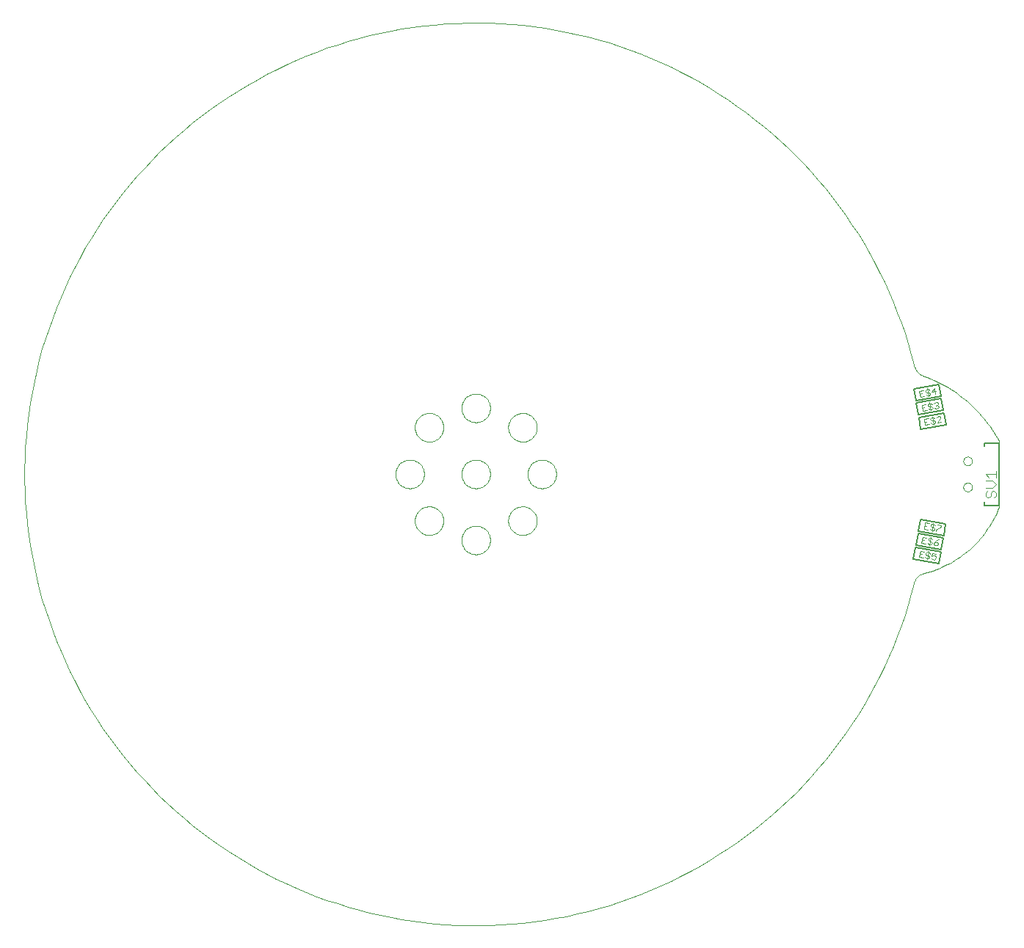
<source format=gto>
G75*
%MOIN*%
%OFA0B0*%
%FSLAX24Y24*%
%IPPOS*%
%LPD*%
%AMOC8*
5,1,8,0,0,1.08239X$1,22.5*
%
%ADD10C,0.0010*%
%ADD11C,0.0000*%
%ADD12C,0.0050*%
%ADD13C,0.0040*%
%ADD14C,0.0080*%
%ADD15C,0.0020*%
D10*
X040496Y015646D02*
X040369Y015161D01*
X040230Y014679D01*
X040079Y014201D01*
X039917Y013727D01*
X039743Y013257D01*
X039557Y012791D01*
X039361Y012330D01*
X039153Y011874D01*
X038934Y011424D01*
X038704Y010978D01*
X038463Y010539D01*
X038212Y010105D01*
X037950Y009678D01*
X037678Y009257D01*
X037395Y008843D01*
X037102Y008436D01*
X036800Y008036D01*
X036488Y007644D01*
X036166Y007260D01*
X035835Y006883D01*
X035495Y006515D01*
X035147Y006155D01*
X034789Y005804D01*
X034423Y005462D01*
X034049Y005128D01*
X033666Y004804D01*
X033276Y004490D01*
X032878Y004185D01*
X032473Y003890D01*
X032061Y003605D01*
X031642Y003330D01*
X031216Y003065D01*
X030784Y002811D01*
X030346Y002567D01*
X029902Y002335D01*
X029453Y002113D01*
X028998Y001902D01*
X028538Y001702D01*
X028074Y001514D01*
X027605Y001337D01*
X027132Y001172D01*
X026655Y001018D01*
X026174Y000876D01*
X025690Y000746D01*
X025203Y000627D01*
X024713Y000521D01*
X024221Y000426D01*
X023727Y000344D01*
X023231Y000274D01*
X022733Y000216D01*
X022234Y000170D01*
X021734Y000136D01*
X021233Y000115D01*
X020732Y000105D01*
X020231Y000108D01*
X019730Y000124D01*
X019229Y000151D01*
X018730Y000191D01*
X018231Y000243D01*
X017734Y000307D01*
X017239Y000383D01*
X016745Y000472D01*
X016254Y000572D01*
X015766Y000684D01*
X015280Y000809D01*
X014798Y000945D01*
X014319Y001093D01*
X013844Y001252D01*
X013373Y001423D01*
X012906Y001606D01*
X012444Y001800D01*
X011986Y002005D01*
X011534Y002221D01*
X011088Y002448D01*
X010647Y002686D01*
X010212Y002935D01*
X009783Y003194D01*
X009360Y003464D01*
X008945Y003744D01*
X008536Y004034D01*
X008134Y004334D01*
X007740Y004644D01*
X007354Y004963D01*
X006976Y005292D01*
X006605Y005630D01*
X006243Y005976D01*
X005890Y006332D01*
X005545Y006696D01*
X005210Y007068D01*
X004884Y007449D01*
X004567Y007837D01*
X004259Y008233D01*
X003962Y008636D01*
X003674Y009047D01*
X003397Y009464D01*
X003129Y009888D01*
X002873Y010318D01*
X002626Y010755D01*
X002391Y011197D01*
X002167Y011646D01*
X001953Y012099D01*
X001751Y012558D01*
X001560Y013021D01*
X001380Y013489D01*
X001212Y013961D01*
X001055Y014437D01*
X000910Y014917D01*
X000777Y015400D01*
X000655Y015886D01*
X000546Y016375D01*
X000449Y016867D01*
X000363Y017361D01*
X000290Y017857D01*
X000229Y018354D01*
X000180Y018853D01*
X000143Y019353D01*
X000119Y019853D01*
X000107Y020354D01*
X000107Y020856D01*
X000119Y021357D01*
X000143Y021857D01*
X000180Y022357D01*
X000229Y022856D01*
X000290Y023353D01*
X000363Y023849D01*
X000449Y024343D01*
X000546Y024835D01*
X000655Y025324D01*
X000777Y025810D01*
X000910Y026293D01*
X001055Y026773D01*
X001212Y027249D01*
X001380Y027721D01*
X001560Y028189D01*
X001751Y028652D01*
X001953Y029111D01*
X002167Y029564D01*
X002391Y030013D01*
X002626Y030455D01*
X002873Y030892D01*
X003129Y031322D01*
X003397Y031746D01*
X003674Y032163D01*
X003962Y032574D01*
X004259Y032977D01*
X004567Y033373D01*
X004884Y033761D01*
X005210Y034142D01*
X005545Y034514D01*
X005890Y034878D01*
X006243Y035234D01*
X006605Y035580D01*
X006976Y035918D01*
X007354Y036247D01*
X007740Y036566D01*
X008134Y036876D01*
X008536Y037176D01*
X008945Y037466D01*
X009360Y037746D01*
X009783Y038016D01*
X010212Y038275D01*
X010647Y038524D01*
X011088Y038762D01*
X011534Y038989D01*
X011986Y039205D01*
X012444Y039410D01*
X012906Y039604D01*
X013373Y039787D01*
X013844Y039958D01*
X014319Y040117D01*
X014798Y040265D01*
X015280Y040401D01*
X015766Y040526D01*
X016254Y040638D01*
X016745Y040738D01*
X017239Y040827D01*
X017734Y040903D01*
X018231Y040967D01*
X018730Y041019D01*
X019229Y041059D01*
X019730Y041086D01*
X020231Y041102D01*
X020732Y041105D01*
X021233Y041095D01*
X021734Y041074D01*
X022234Y041040D01*
X022733Y040994D01*
X023231Y040936D01*
X023727Y040866D01*
X024221Y040784D01*
X024713Y040689D01*
X025203Y040583D01*
X025690Y040464D01*
X026174Y040334D01*
X026655Y040192D01*
X027132Y040038D01*
X027605Y039873D01*
X028074Y039696D01*
X028538Y039508D01*
X028998Y039308D01*
X029453Y039097D01*
X029902Y038875D01*
X030346Y038643D01*
X030784Y038399D01*
X031216Y038145D01*
X031642Y037880D01*
X032061Y037605D01*
X032473Y037320D01*
X032878Y037025D01*
X033276Y036720D01*
X033666Y036406D01*
X034049Y036082D01*
X034423Y035748D01*
X034789Y035406D01*
X035147Y035055D01*
X035495Y034695D01*
X035835Y034327D01*
X036166Y033950D01*
X036488Y033566D01*
X036800Y033174D01*
X037102Y032774D01*
X037395Y032367D01*
X037678Y031953D01*
X037950Y031532D01*
X038212Y031105D01*
X038463Y030671D01*
X038704Y030232D01*
X038934Y029786D01*
X039153Y029336D01*
X039361Y028880D01*
X039557Y028419D01*
X039743Y027953D01*
X039917Y027483D01*
X040079Y027009D01*
X040230Y026531D01*
X040369Y026049D01*
X040496Y025564D01*
X040510Y025515D01*
X040527Y025467D01*
X040548Y025421D01*
X040572Y025376D01*
X040599Y025333D01*
X040629Y025291D01*
X040662Y025252D01*
X040697Y025216D01*
X040735Y025182D01*
X040775Y025150D01*
X040817Y025122D01*
X040862Y025096D01*
X040907Y025074D01*
X040955Y025055D01*
X044355Y022105D02*
X044355Y019105D01*
X040955Y016105D02*
X040908Y016091D01*
X040862Y016074D01*
X040818Y016054D01*
X040776Y016030D01*
X040736Y016002D01*
X040697Y015972D01*
X040662Y015939D01*
X040629Y015903D01*
X040598Y015865D01*
X040571Y015825D01*
X040547Y015782D01*
X040527Y015738D01*
X040509Y015692D01*
X040496Y015646D01*
X044355Y022105D02*
X044281Y022239D01*
X044204Y022372D01*
X044124Y022503D01*
X044040Y022632D01*
X043954Y022758D01*
X043864Y022883D01*
X043771Y023005D01*
X043676Y023125D01*
X043577Y023243D01*
X043476Y023358D01*
X043371Y023470D01*
X043265Y023581D01*
X043155Y023688D01*
X043043Y023793D01*
X042928Y023895D01*
X042811Y023994D01*
X042692Y024090D01*
X042570Y024183D01*
X042446Y024274D01*
X042319Y024361D01*
X042191Y024445D01*
X042061Y024526D01*
X041929Y024604D01*
X041794Y024678D01*
X041659Y024750D01*
X041521Y024818D01*
X041382Y024882D01*
X041241Y024943D01*
X041099Y025001D01*
X040955Y025055D01*
X044355Y019105D02*
X044303Y018976D01*
X044248Y018849D01*
X044188Y018724D01*
X044126Y018600D01*
X044060Y018479D01*
X043990Y018359D01*
X043918Y018241D01*
X043842Y018125D01*
X043762Y018011D01*
X043680Y017900D01*
X043594Y017791D01*
X043506Y017684D01*
X043414Y017580D01*
X043320Y017479D01*
X043223Y017380D01*
X043123Y017284D01*
X043020Y017191D01*
X042915Y017101D01*
X042807Y017013D01*
X042697Y016929D01*
X042585Y016848D01*
X042470Y016770D01*
X042353Y016696D01*
X042234Y016624D01*
X042114Y016556D01*
X041991Y016492D01*
X041867Y016431D01*
X041741Y016373D01*
X041613Y016319D01*
X041484Y016269D01*
X041353Y016222D01*
X041222Y016179D01*
X041089Y016140D01*
X040955Y016105D01*
D11*
X017834Y018484D02*
X017836Y018534D01*
X017842Y018584D01*
X017852Y018634D01*
X017865Y018682D01*
X017882Y018730D01*
X017903Y018776D01*
X017927Y018820D01*
X017955Y018862D01*
X017986Y018902D01*
X018020Y018939D01*
X018057Y018974D01*
X018096Y019005D01*
X018137Y019034D01*
X018181Y019059D01*
X018227Y019081D01*
X018274Y019099D01*
X018322Y019113D01*
X018371Y019124D01*
X018421Y019131D01*
X018471Y019134D01*
X018522Y019133D01*
X018572Y019128D01*
X018622Y019119D01*
X018670Y019107D01*
X018718Y019090D01*
X018764Y019070D01*
X018809Y019047D01*
X018852Y019020D01*
X018892Y018990D01*
X018930Y018957D01*
X018965Y018921D01*
X018998Y018882D01*
X019027Y018841D01*
X019053Y018798D01*
X019076Y018753D01*
X019095Y018706D01*
X019110Y018658D01*
X019122Y018609D01*
X019130Y018559D01*
X019134Y018509D01*
X019134Y018459D01*
X019130Y018409D01*
X019122Y018359D01*
X019110Y018310D01*
X019095Y018262D01*
X019076Y018215D01*
X019053Y018170D01*
X019027Y018127D01*
X018998Y018086D01*
X018965Y018047D01*
X018930Y018011D01*
X018892Y017978D01*
X018852Y017948D01*
X018809Y017921D01*
X018764Y017898D01*
X018718Y017878D01*
X018670Y017861D01*
X018622Y017849D01*
X018572Y017840D01*
X018522Y017835D01*
X018471Y017834D01*
X018421Y017837D01*
X018371Y017844D01*
X018322Y017855D01*
X018274Y017869D01*
X018227Y017887D01*
X018181Y017909D01*
X018137Y017934D01*
X018096Y017963D01*
X018057Y017994D01*
X018020Y018029D01*
X017986Y018066D01*
X017955Y018106D01*
X017927Y018148D01*
X017903Y018192D01*
X017882Y018238D01*
X017865Y018286D01*
X017852Y018334D01*
X017842Y018384D01*
X017836Y018434D01*
X017834Y018484D01*
X016955Y020605D02*
X016957Y020655D01*
X016963Y020705D01*
X016973Y020755D01*
X016986Y020803D01*
X017003Y020851D01*
X017024Y020897D01*
X017048Y020941D01*
X017076Y020983D01*
X017107Y021023D01*
X017141Y021060D01*
X017178Y021095D01*
X017217Y021126D01*
X017258Y021155D01*
X017302Y021180D01*
X017348Y021202D01*
X017395Y021220D01*
X017443Y021234D01*
X017492Y021245D01*
X017542Y021252D01*
X017592Y021255D01*
X017643Y021254D01*
X017693Y021249D01*
X017743Y021240D01*
X017791Y021228D01*
X017839Y021211D01*
X017885Y021191D01*
X017930Y021168D01*
X017973Y021141D01*
X018013Y021111D01*
X018051Y021078D01*
X018086Y021042D01*
X018119Y021003D01*
X018148Y020962D01*
X018174Y020919D01*
X018197Y020874D01*
X018216Y020827D01*
X018231Y020779D01*
X018243Y020730D01*
X018251Y020680D01*
X018255Y020630D01*
X018255Y020580D01*
X018251Y020530D01*
X018243Y020480D01*
X018231Y020431D01*
X018216Y020383D01*
X018197Y020336D01*
X018174Y020291D01*
X018148Y020248D01*
X018119Y020207D01*
X018086Y020168D01*
X018051Y020132D01*
X018013Y020099D01*
X017973Y020069D01*
X017930Y020042D01*
X017885Y020019D01*
X017839Y019999D01*
X017791Y019982D01*
X017743Y019970D01*
X017693Y019961D01*
X017643Y019956D01*
X017592Y019955D01*
X017542Y019958D01*
X017492Y019965D01*
X017443Y019976D01*
X017395Y019990D01*
X017348Y020008D01*
X017302Y020030D01*
X017258Y020055D01*
X017217Y020084D01*
X017178Y020115D01*
X017141Y020150D01*
X017107Y020187D01*
X017076Y020227D01*
X017048Y020269D01*
X017024Y020313D01*
X017003Y020359D01*
X016986Y020407D01*
X016973Y020455D01*
X016963Y020505D01*
X016957Y020555D01*
X016955Y020605D01*
X017834Y022726D02*
X017836Y022776D01*
X017842Y022826D01*
X017852Y022876D01*
X017865Y022924D01*
X017882Y022972D01*
X017903Y023018D01*
X017927Y023062D01*
X017955Y023104D01*
X017986Y023144D01*
X018020Y023181D01*
X018057Y023216D01*
X018096Y023247D01*
X018137Y023276D01*
X018181Y023301D01*
X018227Y023323D01*
X018274Y023341D01*
X018322Y023355D01*
X018371Y023366D01*
X018421Y023373D01*
X018471Y023376D01*
X018522Y023375D01*
X018572Y023370D01*
X018622Y023361D01*
X018670Y023349D01*
X018718Y023332D01*
X018764Y023312D01*
X018809Y023289D01*
X018852Y023262D01*
X018892Y023232D01*
X018930Y023199D01*
X018965Y023163D01*
X018998Y023124D01*
X019027Y023083D01*
X019053Y023040D01*
X019076Y022995D01*
X019095Y022948D01*
X019110Y022900D01*
X019122Y022851D01*
X019130Y022801D01*
X019134Y022751D01*
X019134Y022701D01*
X019130Y022651D01*
X019122Y022601D01*
X019110Y022552D01*
X019095Y022504D01*
X019076Y022457D01*
X019053Y022412D01*
X019027Y022369D01*
X018998Y022328D01*
X018965Y022289D01*
X018930Y022253D01*
X018892Y022220D01*
X018852Y022190D01*
X018809Y022163D01*
X018764Y022140D01*
X018718Y022120D01*
X018670Y022103D01*
X018622Y022091D01*
X018572Y022082D01*
X018522Y022077D01*
X018471Y022076D01*
X018421Y022079D01*
X018371Y022086D01*
X018322Y022097D01*
X018274Y022111D01*
X018227Y022129D01*
X018181Y022151D01*
X018137Y022176D01*
X018096Y022205D01*
X018057Y022236D01*
X018020Y022271D01*
X017986Y022308D01*
X017955Y022348D01*
X017927Y022390D01*
X017903Y022434D01*
X017882Y022480D01*
X017865Y022528D01*
X017852Y022576D01*
X017842Y022626D01*
X017836Y022676D01*
X017834Y022726D01*
X019955Y023605D02*
X019957Y023655D01*
X019963Y023705D01*
X019973Y023755D01*
X019986Y023803D01*
X020003Y023851D01*
X020024Y023897D01*
X020048Y023941D01*
X020076Y023983D01*
X020107Y024023D01*
X020141Y024060D01*
X020178Y024095D01*
X020217Y024126D01*
X020258Y024155D01*
X020302Y024180D01*
X020348Y024202D01*
X020395Y024220D01*
X020443Y024234D01*
X020492Y024245D01*
X020542Y024252D01*
X020592Y024255D01*
X020643Y024254D01*
X020693Y024249D01*
X020743Y024240D01*
X020791Y024228D01*
X020839Y024211D01*
X020885Y024191D01*
X020930Y024168D01*
X020973Y024141D01*
X021013Y024111D01*
X021051Y024078D01*
X021086Y024042D01*
X021119Y024003D01*
X021148Y023962D01*
X021174Y023919D01*
X021197Y023874D01*
X021216Y023827D01*
X021231Y023779D01*
X021243Y023730D01*
X021251Y023680D01*
X021255Y023630D01*
X021255Y023580D01*
X021251Y023530D01*
X021243Y023480D01*
X021231Y023431D01*
X021216Y023383D01*
X021197Y023336D01*
X021174Y023291D01*
X021148Y023248D01*
X021119Y023207D01*
X021086Y023168D01*
X021051Y023132D01*
X021013Y023099D01*
X020973Y023069D01*
X020930Y023042D01*
X020885Y023019D01*
X020839Y022999D01*
X020791Y022982D01*
X020743Y022970D01*
X020693Y022961D01*
X020643Y022956D01*
X020592Y022955D01*
X020542Y022958D01*
X020492Y022965D01*
X020443Y022976D01*
X020395Y022990D01*
X020348Y023008D01*
X020302Y023030D01*
X020258Y023055D01*
X020217Y023084D01*
X020178Y023115D01*
X020141Y023150D01*
X020107Y023187D01*
X020076Y023227D01*
X020048Y023269D01*
X020024Y023313D01*
X020003Y023359D01*
X019986Y023407D01*
X019973Y023455D01*
X019963Y023505D01*
X019957Y023555D01*
X019955Y023605D01*
X022076Y022726D02*
X022078Y022776D01*
X022084Y022826D01*
X022094Y022876D01*
X022107Y022924D01*
X022124Y022972D01*
X022145Y023018D01*
X022169Y023062D01*
X022197Y023104D01*
X022228Y023144D01*
X022262Y023181D01*
X022299Y023216D01*
X022338Y023247D01*
X022379Y023276D01*
X022423Y023301D01*
X022469Y023323D01*
X022516Y023341D01*
X022564Y023355D01*
X022613Y023366D01*
X022663Y023373D01*
X022713Y023376D01*
X022764Y023375D01*
X022814Y023370D01*
X022864Y023361D01*
X022912Y023349D01*
X022960Y023332D01*
X023006Y023312D01*
X023051Y023289D01*
X023094Y023262D01*
X023134Y023232D01*
X023172Y023199D01*
X023207Y023163D01*
X023240Y023124D01*
X023269Y023083D01*
X023295Y023040D01*
X023318Y022995D01*
X023337Y022948D01*
X023352Y022900D01*
X023364Y022851D01*
X023372Y022801D01*
X023376Y022751D01*
X023376Y022701D01*
X023372Y022651D01*
X023364Y022601D01*
X023352Y022552D01*
X023337Y022504D01*
X023318Y022457D01*
X023295Y022412D01*
X023269Y022369D01*
X023240Y022328D01*
X023207Y022289D01*
X023172Y022253D01*
X023134Y022220D01*
X023094Y022190D01*
X023051Y022163D01*
X023006Y022140D01*
X022960Y022120D01*
X022912Y022103D01*
X022864Y022091D01*
X022814Y022082D01*
X022764Y022077D01*
X022713Y022076D01*
X022663Y022079D01*
X022613Y022086D01*
X022564Y022097D01*
X022516Y022111D01*
X022469Y022129D01*
X022423Y022151D01*
X022379Y022176D01*
X022338Y022205D01*
X022299Y022236D01*
X022262Y022271D01*
X022228Y022308D01*
X022197Y022348D01*
X022169Y022390D01*
X022145Y022434D01*
X022124Y022480D01*
X022107Y022528D01*
X022094Y022576D01*
X022084Y022626D01*
X022078Y022676D01*
X022076Y022726D01*
X019955Y020605D02*
X019957Y020655D01*
X019963Y020705D01*
X019973Y020755D01*
X019986Y020803D01*
X020003Y020851D01*
X020024Y020897D01*
X020048Y020941D01*
X020076Y020983D01*
X020107Y021023D01*
X020141Y021060D01*
X020178Y021095D01*
X020217Y021126D01*
X020258Y021155D01*
X020302Y021180D01*
X020348Y021202D01*
X020395Y021220D01*
X020443Y021234D01*
X020492Y021245D01*
X020542Y021252D01*
X020592Y021255D01*
X020643Y021254D01*
X020693Y021249D01*
X020743Y021240D01*
X020791Y021228D01*
X020839Y021211D01*
X020885Y021191D01*
X020930Y021168D01*
X020973Y021141D01*
X021013Y021111D01*
X021051Y021078D01*
X021086Y021042D01*
X021119Y021003D01*
X021148Y020962D01*
X021174Y020919D01*
X021197Y020874D01*
X021216Y020827D01*
X021231Y020779D01*
X021243Y020730D01*
X021251Y020680D01*
X021255Y020630D01*
X021255Y020580D01*
X021251Y020530D01*
X021243Y020480D01*
X021231Y020431D01*
X021216Y020383D01*
X021197Y020336D01*
X021174Y020291D01*
X021148Y020248D01*
X021119Y020207D01*
X021086Y020168D01*
X021051Y020132D01*
X021013Y020099D01*
X020973Y020069D01*
X020930Y020042D01*
X020885Y020019D01*
X020839Y019999D01*
X020791Y019982D01*
X020743Y019970D01*
X020693Y019961D01*
X020643Y019956D01*
X020592Y019955D01*
X020542Y019958D01*
X020492Y019965D01*
X020443Y019976D01*
X020395Y019990D01*
X020348Y020008D01*
X020302Y020030D01*
X020258Y020055D01*
X020217Y020084D01*
X020178Y020115D01*
X020141Y020150D01*
X020107Y020187D01*
X020076Y020227D01*
X020048Y020269D01*
X020024Y020313D01*
X020003Y020359D01*
X019986Y020407D01*
X019973Y020455D01*
X019963Y020505D01*
X019957Y020555D01*
X019955Y020605D01*
X022076Y018484D02*
X022078Y018534D01*
X022084Y018584D01*
X022094Y018634D01*
X022107Y018682D01*
X022124Y018730D01*
X022145Y018776D01*
X022169Y018820D01*
X022197Y018862D01*
X022228Y018902D01*
X022262Y018939D01*
X022299Y018974D01*
X022338Y019005D01*
X022379Y019034D01*
X022423Y019059D01*
X022469Y019081D01*
X022516Y019099D01*
X022564Y019113D01*
X022613Y019124D01*
X022663Y019131D01*
X022713Y019134D01*
X022764Y019133D01*
X022814Y019128D01*
X022864Y019119D01*
X022912Y019107D01*
X022960Y019090D01*
X023006Y019070D01*
X023051Y019047D01*
X023094Y019020D01*
X023134Y018990D01*
X023172Y018957D01*
X023207Y018921D01*
X023240Y018882D01*
X023269Y018841D01*
X023295Y018798D01*
X023318Y018753D01*
X023337Y018706D01*
X023352Y018658D01*
X023364Y018609D01*
X023372Y018559D01*
X023376Y018509D01*
X023376Y018459D01*
X023372Y018409D01*
X023364Y018359D01*
X023352Y018310D01*
X023337Y018262D01*
X023318Y018215D01*
X023295Y018170D01*
X023269Y018127D01*
X023240Y018086D01*
X023207Y018047D01*
X023172Y018011D01*
X023134Y017978D01*
X023094Y017948D01*
X023051Y017921D01*
X023006Y017898D01*
X022960Y017878D01*
X022912Y017861D01*
X022864Y017849D01*
X022814Y017840D01*
X022764Y017835D01*
X022713Y017834D01*
X022663Y017837D01*
X022613Y017844D01*
X022564Y017855D01*
X022516Y017869D01*
X022469Y017887D01*
X022423Y017909D01*
X022379Y017934D01*
X022338Y017963D01*
X022299Y017994D01*
X022262Y018029D01*
X022228Y018066D01*
X022197Y018106D01*
X022169Y018148D01*
X022145Y018192D01*
X022124Y018238D01*
X022107Y018286D01*
X022094Y018334D01*
X022084Y018384D01*
X022078Y018434D01*
X022076Y018484D01*
X019955Y017605D02*
X019957Y017655D01*
X019963Y017705D01*
X019973Y017755D01*
X019986Y017803D01*
X020003Y017851D01*
X020024Y017897D01*
X020048Y017941D01*
X020076Y017983D01*
X020107Y018023D01*
X020141Y018060D01*
X020178Y018095D01*
X020217Y018126D01*
X020258Y018155D01*
X020302Y018180D01*
X020348Y018202D01*
X020395Y018220D01*
X020443Y018234D01*
X020492Y018245D01*
X020542Y018252D01*
X020592Y018255D01*
X020643Y018254D01*
X020693Y018249D01*
X020743Y018240D01*
X020791Y018228D01*
X020839Y018211D01*
X020885Y018191D01*
X020930Y018168D01*
X020973Y018141D01*
X021013Y018111D01*
X021051Y018078D01*
X021086Y018042D01*
X021119Y018003D01*
X021148Y017962D01*
X021174Y017919D01*
X021197Y017874D01*
X021216Y017827D01*
X021231Y017779D01*
X021243Y017730D01*
X021251Y017680D01*
X021255Y017630D01*
X021255Y017580D01*
X021251Y017530D01*
X021243Y017480D01*
X021231Y017431D01*
X021216Y017383D01*
X021197Y017336D01*
X021174Y017291D01*
X021148Y017248D01*
X021119Y017207D01*
X021086Y017168D01*
X021051Y017132D01*
X021013Y017099D01*
X020973Y017069D01*
X020930Y017042D01*
X020885Y017019D01*
X020839Y016999D01*
X020791Y016982D01*
X020743Y016970D01*
X020693Y016961D01*
X020643Y016956D01*
X020592Y016955D01*
X020542Y016958D01*
X020492Y016965D01*
X020443Y016976D01*
X020395Y016990D01*
X020348Y017008D01*
X020302Y017030D01*
X020258Y017055D01*
X020217Y017084D01*
X020178Y017115D01*
X020141Y017150D01*
X020107Y017187D01*
X020076Y017227D01*
X020048Y017269D01*
X020024Y017313D01*
X020003Y017359D01*
X019986Y017407D01*
X019973Y017455D01*
X019963Y017505D01*
X019957Y017555D01*
X019955Y017605D01*
X022955Y020605D02*
X022957Y020655D01*
X022963Y020705D01*
X022973Y020755D01*
X022986Y020803D01*
X023003Y020851D01*
X023024Y020897D01*
X023048Y020941D01*
X023076Y020983D01*
X023107Y021023D01*
X023141Y021060D01*
X023178Y021095D01*
X023217Y021126D01*
X023258Y021155D01*
X023302Y021180D01*
X023348Y021202D01*
X023395Y021220D01*
X023443Y021234D01*
X023492Y021245D01*
X023542Y021252D01*
X023592Y021255D01*
X023643Y021254D01*
X023693Y021249D01*
X023743Y021240D01*
X023791Y021228D01*
X023839Y021211D01*
X023885Y021191D01*
X023930Y021168D01*
X023973Y021141D01*
X024013Y021111D01*
X024051Y021078D01*
X024086Y021042D01*
X024119Y021003D01*
X024148Y020962D01*
X024174Y020919D01*
X024197Y020874D01*
X024216Y020827D01*
X024231Y020779D01*
X024243Y020730D01*
X024251Y020680D01*
X024255Y020630D01*
X024255Y020580D01*
X024251Y020530D01*
X024243Y020480D01*
X024231Y020431D01*
X024216Y020383D01*
X024197Y020336D01*
X024174Y020291D01*
X024148Y020248D01*
X024119Y020207D01*
X024086Y020168D01*
X024051Y020132D01*
X024013Y020099D01*
X023973Y020069D01*
X023930Y020042D01*
X023885Y020019D01*
X023839Y019999D01*
X023791Y019982D01*
X023743Y019970D01*
X023693Y019961D01*
X023643Y019956D01*
X023592Y019955D01*
X023542Y019958D01*
X023492Y019965D01*
X023443Y019976D01*
X023395Y019990D01*
X023348Y020008D01*
X023302Y020030D01*
X023258Y020055D01*
X023217Y020084D01*
X023178Y020115D01*
X023141Y020150D01*
X023107Y020187D01*
X023076Y020227D01*
X023048Y020269D01*
X023024Y020313D01*
X023003Y020359D01*
X022986Y020407D01*
X022973Y020455D01*
X022963Y020505D01*
X022957Y020555D01*
X022955Y020605D01*
X042741Y020014D02*
X042743Y020041D01*
X042749Y020068D01*
X042758Y020094D01*
X042771Y020118D01*
X042787Y020141D01*
X042806Y020160D01*
X042828Y020177D01*
X042852Y020191D01*
X042877Y020201D01*
X042904Y020208D01*
X042931Y020211D01*
X042959Y020210D01*
X042986Y020205D01*
X043012Y020197D01*
X043036Y020185D01*
X043059Y020169D01*
X043080Y020151D01*
X043097Y020130D01*
X043112Y020106D01*
X043123Y020081D01*
X043131Y020055D01*
X043135Y020028D01*
X043135Y020000D01*
X043131Y019973D01*
X043123Y019947D01*
X043112Y019922D01*
X043097Y019898D01*
X043080Y019877D01*
X043059Y019859D01*
X043037Y019843D01*
X043012Y019831D01*
X042986Y019823D01*
X042959Y019818D01*
X042931Y019817D01*
X042904Y019820D01*
X042877Y019827D01*
X042852Y019837D01*
X042828Y019851D01*
X042806Y019868D01*
X042787Y019887D01*
X042771Y019910D01*
X042758Y019934D01*
X042749Y019960D01*
X042743Y019987D01*
X042741Y020014D01*
X042741Y021196D02*
X042743Y021223D01*
X042749Y021250D01*
X042758Y021276D01*
X042771Y021300D01*
X042787Y021323D01*
X042806Y021342D01*
X042828Y021359D01*
X042852Y021373D01*
X042877Y021383D01*
X042904Y021390D01*
X042931Y021393D01*
X042959Y021392D01*
X042986Y021387D01*
X043012Y021379D01*
X043036Y021367D01*
X043059Y021351D01*
X043080Y021333D01*
X043097Y021312D01*
X043112Y021288D01*
X043123Y021263D01*
X043131Y021237D01*
X043135Y021210D01*
X043135Y021182D01*
X043131Y021155D01*
X043123Y021129D01*
X043112Y021104D01*
X043097Y021080D01*
X043080Y021059D01*
X043059Y021041D01*
X043037Y021025D01*
X043012Y021013D01*
X042986Y021005D01*
X042959Y021000D01*
X042931Y020999D01*
X042904Y021002D01*
X042877Y021009D01*
X042852Y021019D01*
X042828Y021033D01*
X042806Y021050D01*
X042787Y021069D01*
X042771Y021092D01*
X042758Y021116D01*
X042749Y021142D01*
X042743Y021169D01*
X042741Y021196D01*
D12*
X043686Y021865D02*
X043686Y022022D01*
X044355Y022022D01*
X044355Y019188D01*
X043686Y019188D01*
X043686Y019345D01*
D13*
X043833Y019526D02*
X043910Y019526D01*
X043987Y019603D01*
X043987Y019756D01*
X044064Y019833D01*
X044140Y019833D01*
X044217Y019756D01*
X044217Y019603D01*
X044140Y019526D01*
X043833Y019526D02*
X043757Y019603D01*
X043757Y019756D01*
X043833Y019833D01*
X043757Y019986D02*
X044064Y019986D01*
X044217Y020140D01*
X044064Y020293D01*
X043757Y020293D01*
X043910Y020447D02*
X043757Y020600D01*
X044217Y020600D01*
X044217Y020447D02*
X044217Y020754D01*
D14*
X041948Y022857D02*
X041855Y023389D01*
X040712Y023187D01*
X040806Y022656D01*
X041948Y022857D01*
X041836Y023497D02*
X041742Y024029D01*
X040599Y023828D01*
X040693Y023296D01*
X041836Y023497D01*
X041723Y024137D02*
X041629Y024669D01*
X040487Y024468D01*
X040580Y023936D01*
X041723Y024137D01*
X040798Y018553D02*
X041940Y018351D01*
X041846Y017819D01*
X040704Y018021D01*
X040798Y018553D01*
X040685Y017912D02*
X041827Y017711D01*
X041733Y017179D01*
X040591Y017381D01*
X040685Y017912D01*
X040572Y017272D02*
X041714Y017071D01*
X041621Y016539D01*
X040478Y016741D01*
X040572Y017272D01*
D15*
X040779Y017114D02*
X040730Y016838D01*
X040914Y016806D01*
X041010Y016836D02*
X041048Y016782D01*
X041140Y016766D01*
X041194Y016804D01*
X041203Y016850D01*
X041165Y016904D01*
X041073Y016920D01*
X041035Y016974D01*
X041043Y017020D01*
X041097Y017058D01*
X041189Y017042D01*
X041227Y016988D01*
X041323Y017018D02*
X041299Y016880D01*
X041399Y016910D01*
X041445Y016902D01*
X041483Y016848D01*
X041466Y016756D01*
X041412Y016718D01*
X041320Y016734D01*
X041282Y016788D01*
X041086Y016728D02*
X041151Y017096D01*
X040963Y017082D02*
X040779Y017114D01*
X040755Y016976D02*
X040847Y016960D01*
X041323Y017018D02*
X041507Y016986D01*
X041525Y017358D02*
X041579Y017396D01*
X041587Y017442D01*
X041550Y017496D01*
X041412Y017520D01*
X041395Y017428D01*
X041433Y017374D01*
X041525Y017358D01*
X041412Y017520D02*
X041520Y017596D01*
X041620Y017626D01*
X041340Y017628D02*
X041302Y017682D01*
X041210Y017698D01*
X041156Y017660D01*
X041148Y017614D01*
X041186Y017560D01*
X041278Y017544D01*
X041315Y017490D01*
X041307Y017444D01*
X041253Y017406D01*
X041161Y017422D01*
X041123Y017476D01*
X041027Y017446D02*
X040843Y017478D01*
X040892Y017754D01*
X041076Y017722D01*
X040960Y017600D02*
X040868Y017616D01*
X041264Y017736D02*
X041199Y017368D01*
X041312Y018008D02*
X041377Y018376D01*
X041415Y018322D02*
X041453Y018268D01*
X041415Y018322D02*
X041323Y018338D01*
X041269Y018301D01*
X041261Y018255D01*
X041298Y018200D01*
X041390Y018184D01*
X041428Y018130D01*
X041420Y018084D01*
X041366Y018046D01*
X041274Y018062D01*
X041236Y018117D01*
X041140Y018086D02*
X040956Y018119D01*
X041005Y018394D01*
X041189Y018362D01*
X041072Y018240D02*
X040980Y018257D01*
X041508Y018069D02*
X041500Y018023D01*
X041508Y018069D02*
X041725Y018220D01*
X041733Y018266D01*
X041549Y018299D01*
X041382Y022852D02*
X041317Y023220D01*
X041371Y023182D02*
X041425Y023144D01*
X041371Y023182D02*
X041279Y023166D01*
X041241Y023112D01*
X041249Y023066D01*
X041303Y023028D01*
X041395Y023044D01*
X041449Y023006D01*
X041457Y022960D01*
X041420Y022906D01*
X041328Y022890D01*
X041273Y022928D01*
X041193Y022866D02*
X041009Y022834D01*
X040961Y023110D01*
X041145Y023142D01*
X041077Y022988D02*
X040985Y022972D01*
X040897Y023474D02*
X041081Y023506D01*
X041161Y023568D02*
X041215Y023530D01*
X041307Y023546D01*
X041345Y023600D01*
X041336Y023646D01*
X041282Y023684D01*
X041190Y023668D01*
X041136Y023706D01*
X041128Y023752D01*
X041166Y023806D01*
X041258Y023822D01*
X041312Y023784D01*
X041400Y023800D02*
X041438Y023854D01*
X041530Y023870D01*
X041584Y023832D01*
X041592Y023786D01*
X041554Y023732D01*
X041608Y023694D01*
X041617Y023648D01*
X041579Y023594D01*
X041487Y023578D01*
X041433Y023616D01*
X041508Y023724D02*
X041554Y023732D01*
X041204Y023860D02*
X041269Y023492D01*
X040964Y023628D02*
X040872Y023612D01*
X040848Y023750D02*
X040897Y023474D01*
X040848Y023750D02*
X041032Y023782D01*
X040968Y024146D02*
X040784Y024114D01*
X040735Y024390D01*
X040919Y024422D01*
X041015Y024392D02*
X041053Y024446D01*
X041145Y024462D01*
X041199Y024424D01*
X041169Y024324D02*
X041077Y024308D01*
X041023Y024346D01*
X041015Y024392D01*
X041091Y024500D02*
X041156Y024132D01*
X041194Y024186D02*
X041232Y024240D01*
X041224Y024286D01*
X041169Y024324D01*
X041304Y024348D02*
X041488Y024380D01*
X041466Y024234D02*
X041417Y024510D01*
X041304Y024348D01*
X041194Y024186D02*
X041102Y024170D01*
X041048Y024208D01*
X040851Y024268D02*
X040759Y024252D01*
X041551Y023214D02*
X041513Y023160D01*
X041551Y023214D02*
X041643Y023230D01*
X041697Y023192D01*
X041705Y023146D01*
X041554Y022930D01*
X041738Y022962D01*
M02*

</source>
